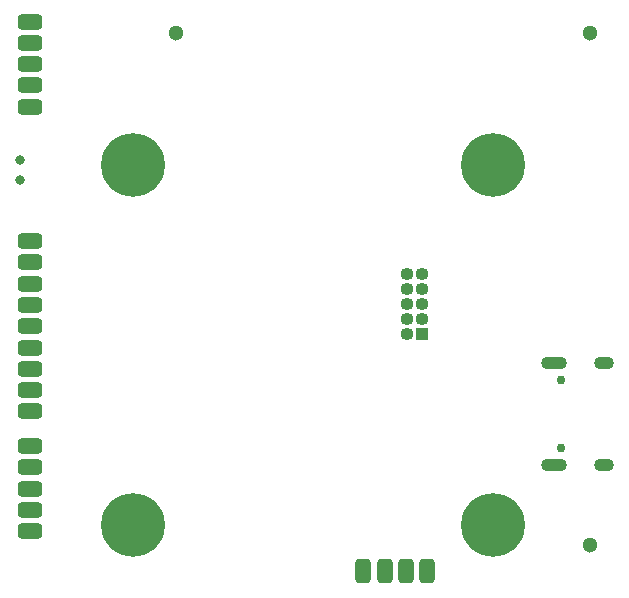
<source format=gbr>
%TF.GenerationSoftware,KiCad,Pcbnew,(6.0.10-0)*%
%TF.CreationDate,2023-01-05T11:48:26+01:00*%
%TF.ProjectId,JFP_board_v2,4a46505f-626f-4617-9264-5f76322e6b69,rev?*%
%TF.SameCoordinates,Original*%
%TF.FileFunction,Soldermask,Bot*%
%TF.FilePolarity,Negative*%
%FSLAX46Y46*%
G04 Gerber Fmt 4.6, Leading zero omitted, Abs format (unit mm)*
G04 Created by KiCad (PCBNEW (6.0.10-0)) date 2023-01-05 11:48:26*
%MOMM*%
%LPD*%
G01*
G04 APERTURE LIST*
G04 Aperture macros list*
%AMRoundRect*
0 Rectangle with rounded corners*
0 $1 Rounding radius*
0 $2 $3 $4 $5 $6 $7 $8 $9 X,Y pos of 4 corners*
0 Add a 4 corners polygon primitive as box body*
4,1,4,$2,$3,$4,$5,$6,$7,$8,$9,$2,$3,0*
0 Add four circle primitives for the rounded corners*
1,1,$1+$1,$2,$3*
1,1,$1+$1,$4,$5*
1,1,$1+$1,$6,$7*
1,1,$1+$1,$8,$9*
0 Add four rect primitives between the rounded corners*
20,1,$1+$1,$2,$3,$4,$5,0*
20,1,$1+$1,$4,$5,$6,$7,0*
20,1,$1+$1,$6,$7,$8,$9,0*
20,1,$1+$1,$8,$9,$2,$3,0*%
G04 Aperture macros list end*
%ADD10RoundRect,0.350000X0.700000X0.300000X-0.700000X0.300000X-0.700000X-0.300000X0.700000X-0.300000X0*%
%ADD11C,1.300000*%
%ADD12RoundRect,0.050000X0.500000X0.500000X-0.500000X0.500000X-0.500000X-0.500000X0.500000X-0.500000X0*%
%ADD13O,1.100000X1.100000*%
%ADD14C,5.400000*%
%ADD15RoundRect,0.350000X-0.300000X0.700000X-0.300000X-0.700000X0.300000X-0.700000X0.300000X0.700000X0*%
%ADD16RoundRect,0.350000X-0.700000X-0.300000X0.700000X-0.300000X0.700000X0.300000X-0.700000X0.300000X0*%
%ADD17C,0.750000*%
%ADD18O,1.700000X1.100000*%
%ADD19O,2.200000X1.100000*%
%ADD20C,0.800000*%
G04 APERTURE END LIST*
D10*
%TO.C,J4*%
X127800000Y-89300000D03*
X127800000Y-91100000D03*
X127800000Y-92900000D03*
X127800000Y-94700000D03*
X127800000Y-96500000D03*
%TD*%
D11*
%TO.C,H6*%
X175200000Y-97700000D03*
%TD*%
%TO.C,H7*%
X175200000Y-54300000D03*
%TD*%
D12*
%TO.C,J5*%
X161000000Y-79800000D03*
D13*
X159730000Y-79800000D03*
X161000000Y-78530000D03*
X159730000Y-78530000D03*
X161000000Y-77260000D03*
X159730000Y-77260000D03*
X161000000Y-75990000D03*
X159730000Y-75990000D03*
X161000000Y-74720000D03*
X159730000Y-74720000D03*
%TD*%
D14*
%TO.C,H1*%
X136500000Y-65500000D03*
%TD*%
%TO.C,H3*%
X136500000Y-96000000D03*
%TD*%
D15*
%TO.C,J3*%
X156000000Y-99900000D03*
X157800000Y-99900000D03*
X159600000Y-99900000D03*
X161400000Y-99900000D03*
%TD*%
D14*
%TO.C,H4*%
X167000000Y-96000000D03*
%TD*%
D11*
%TO.C,H5*%
X140100000Y-54300000D03*
%TD*%
D16*
%TO.C,J2*%
X127800000Y-60550000D03*
X127800000Y-58750000D03*
X127800000Y-56950000D03*
X127800000Y-55150000D03*
X127800000Y-53350000D03*
%TD*%
D17*
%TO.C,J7*%
X172700000Y-89440000D03*
X172700000Y-83660000D03*
D18*
X176350000Y-82230000D03*
X176350000Y-90870000D03*
D19*
X172170000Y-90870000D03*
X172170000Y-82230000D03*
%TD*%
D14*
%TO.C,H2*%
X167000000Y-65500000D03*
%TD*%
D16*
%TO.C,J1*%
X127800000Y-86350000D03*
X127800000Y-84550000D03*
X127800000Y-82750000D03*
X127800000Y-80950000D03*
X127800000Y-79150000D03*
X127800000Y-77350000D03*
X127800000Y-75550000D03*
X127800000Y-73750000D03*
X127800000Y-71950000D03*
%TD*%
D20*
%TO.C,SW1*%
X126900000Y-66750000D03*
X126900000Y-65050000D03*
%TD*%
M02*

</source>
